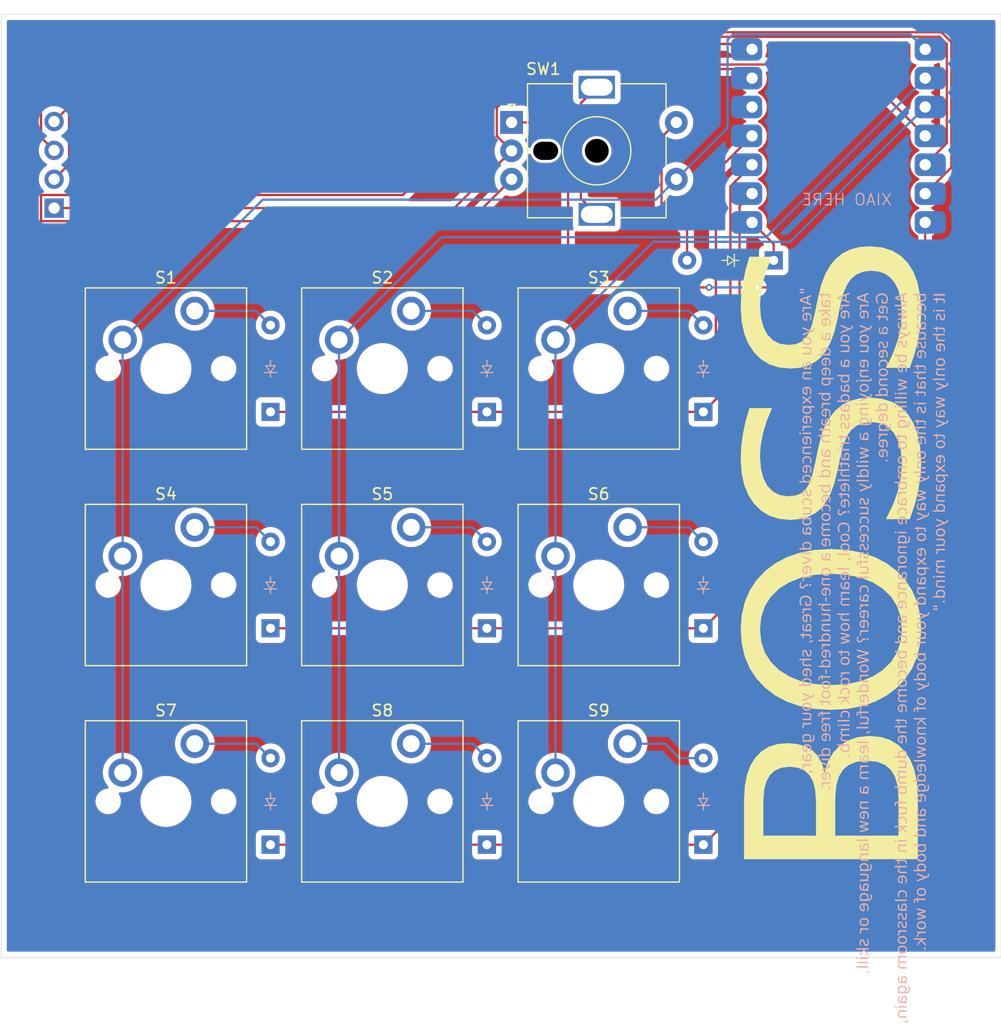
<source format=kicad_pcb>
(kicad_pcb (version 20241229) (generator "pcbnew") (generator_version "9.0")
  (layers (0 "F.Cu" signal) (2 "B.Cu" signal) (13 "F.Paste" user) (15 "B.Paste" user) (5 "F.SilkS" user "F.Silkscreen") (7 "B.SilkS" user "B.Silkscreen") (1 "F.Mask" user) (3 "B.Mask" user) (25 "Edge.Cuts" user))
  (net 0 "")
  (net 1 "Net-(D1-A)")
  (net 2 "Row 0")
  (net 3 "Net-(D2-A)")
  (net 4 "Net-(D3-A)")
  (net 5 "Net-(D4-A)")
  (net 6 "Row 1")
  (net 7 "Net-(D5-A)")
  (net 8 "Net-(D6-A)")
  (net 9 "Row 2")
  (net 10 "Net-(D7-A)")
  (net 11 "Net-(D8-A)")
  (net 12 "Net-(D9-A)")
  (net 13 "VCC")
  (net 14 "Net-(J1-SCL)")
  (net 15 "GND")
  (net 16 "Net-(J1-SDA)")
  (net 17 "Column 0")
  (net 18 "Column 1")
  (net 19 "Column 2")
  (net 20 "Net-(D10-A)")
  (net 21 "unconnected-(SW1-PadMP)")
  (net 22 "Net-(U1-PB08_A6_D6_TX)")
  (net 23 "Net-(U1-PA11_A3_D3)")
  (net 25 "Row 3")
  (footprint "ScottoKeebs_MX:MX_PCB_1.00u" (layer "F.Cu") (at 121.542296 56.17623)
    (property "Reference" "S2" (at 0 -8 0) (layer "F.SilkS"))
    (property "Value" "Keyswitch")
    (fp_line (start -7.1 -7.1) (end -7.1 7.1) (stroke (width 0.12)) (layer "F.SilkS"))
    (fp_line (start -7.1 7.1) (end 7.1 7.1) (stroke (width 0.12)) (layer "F.SilkS"))
    (fp_line (start 7.1 -7.1) (end -7.1 -7.1) (stroke (width 0.12)) (layer "F.SilkS"))
    (fp_line (start 7.1 7.1) (end 7.1 -7.1) (stroke (width 0.12)) (layer "F.SilkS"))
    (pad "" np_thru_hole circle (at -5.08 0) (size 1.75 1.75) (drill 1.75) (layers "*.Cu" "*.Mask"))
    (pad "" np_thru_hole circle (at 0 0) (size 4 4) (drill 4) (layers "*.Cu" "*.Mask"))
    (pad "" np_thru_hole circle (at 5.08 0) (size 1.75 1.75) (drill 1.75) (layers "*.Cu" "*.Mask"))
    (pad "1" thru_hole circle (at -3.81 -2.54) (size 2.5 2.5) (drill 1.5) (layers "*.Cu" "*.Mask") (net 18 "Column 1"))
    (pad "2" thru_hole circle (at 2.54 -5.08) (size 2.5 2.5) (drill 1.5) (layers "*.Cu" "*.Mask") (net 3 "Net-(D2-A)"))
  )
  (footprint "Rotary_Encoder:RotaryEncoder_Alps_EC11E-Switch_Vertical_H20mm_MountingHoles" (layer "F.Cu") (at 132.918546 34.50748)
    (property "Reference" "SW1" (at 2.8 -4.7 0) (layer "F.SilkS"))
    (property "Value" "RotaryEncoder_Switch_MP")
    (fp_line (start -0.3 -1.6) (end 0.3 -1.6) (stroke (width 0.12)) (layer "F.SilkS"))
    (fp_line (start 0 -1.3) (end -0.3 -1.6) (stroke (width 0.12)) (layer "F.SilkS"))
    (fp_line (start 0.3 -1.6) (end 0 -1.3) (stroke (width 0.12)) (layer "F.SilkS"))
    (fp_line (start 1.4 -3.4) (end 1.4 8.4) (stroke (width 0.12)) (layer "F.SilkS"))
    (fp_line (start 5.5 -3.4) (end 1.4 -3.4) (stroke (width 0.12)) (layer "F.SilkS"))
    (fp_line (start 5.5 8.4) (end 1.4 8.4) (stroke (width 0.12)) (layer "F.SilkS"))
    (fp_line (start 9.5 -3.4) (end 13.6 -3.4) (stroke (width 0.12)) (layer "F.SilkS"))
    (fp_line (start 13.6 -3.4) (end 13.6 -1) (stroke (width 0.12)) (layer "F.SilkS"))
    (fp_line (start 13.6 1.2) (end 13.6 3.8) (stroke (width 0.12)) (layer "F.SilkS"))
    (fp_line (start 13.6 6) (end 13.6 8.4) (stroke (width 0.12)) (layer "F.SilkS"))
    (fp_line (start 13.6 8.4) (end 9.5 8.4) (stroke (width 0.12)) (layer "F.SilkS"))
    (fp_circle (center 7.5 2.5) (end 10.5 2.5) (stroke (width 0.12)) (fill no) (layer "F.SilkS"))
    (pad "" np_thru_hole oval (at 3 2.5) (size 2.2 1.6) (drill oval 2.2 1.6) (layers "*.Mask"))
    (pad "" np_thru_hole circle (at 7.5 2.5) (size 2.1 2.1) (drill 2.1) (layers "*.Mask"))
    (pad "A" thru_hole rect (at 0 0) (size 2 2) (drill 1) (layers "*.Cu" "*.Mask") (net 22 "Net-(U1-PB08_A6_D6_TX)"))
    (pad "B" thru_hole circle (at 0 5) (size 2 2) (drill 1) (layers "*.Cu" "*.Mask") (net 23 "Net-(U1-PA11_A3_D3)"))
    (pad "C" thru_hole circle (at 0 2.5) (size 2 2) (drill 1) (layers "*.Cu" "*.Mask") (net 15 "GND"))
    (pad "MP" thru_hole rect (at 7.5 -3.1) (size 3.2 2) (drill oval 2.8 1.5) (layers "*.Cu" "*.Mask") (net 21 "unconnected-(SW1-PadMP)"))
    (pad "MP" thru_hole rect (at 7.5 8.1) (size 3.2 2) (drill oval 2.8 1.5) (layers "*.Cu" "*.Mask") (net 21 "unconnected-(SW1-PadMP)"))
    (pad "S1" thru_hole circle (at 14.5 5) (size 2 2) (drill 1) (layers "*.Cu" "*.Mask") (net 17 "Column 0"))
    (pad "S2" thru_hole circle (at 14.5 0) (size 2 2) (drill 1) (layers "*.Cu" "*.Mask") (net 20 "Net-(D10-A)"))
  )
  (footprint "ScottoKeebs_MX:MX_PCB_1.00u" (layer "F.Cu") (at 121.542296 94.27623)
    (property "Reference" "S8" (at 0 -8 0) (layer "F.SilkS"))
    (property "Value" "Keyswitch")
    (fp_line (start -7.1 -7.1) (end -7.1 7.1) (stroke (width 0.12)) (layer "F.SilkS"))
    (fp_line (start -7.1 7.1) (end 7.1 7.1) (stroke (width 0.12)) (layer "F.SilkS"))
    (fp_line (start 7.1 -7.1) (end -7.1 -7.1) (stroke (width 0.12)) (layer "F.SilkS"))
    (fp_line (start 7.1 7.1) (end 7.1 -7.1) (stroke (width 0.12)) (layer "F.SilkS"))
    (pad "" np_thru_hole circle (at -5.08 0) (size 1.75 1.75) (drill 1.75) (layers "*.Cu" "*.Mask"))
    (pad "" np_thru_hole circle (at 0 0) (size 4 4) (drill 4) (layers "*.Cu" "*.Mask"))
    (pad "" np_thru_hole circle (at 5.08 0) (size 1.75 1.75) (drill 1.75) (layers "*.Cu" "*.Mask"))
    (pad "1" thru_hole circle (at -3.81 -2.54) (size 2.5 2.5) (drill 1.5) (layers "*.Cu" "*.Mask") (net 18 "Column 1"))
    (pad "2" thru_hole circle (at 2.54 -5.08) (size 2.5 2.5) (drill 1.5) (layers "*.Cu" "*.Mask") (net 11 "Net-(D8-A)"))
  )
  (footprint "ScottoKeebs_MX:MX_PCB_1.00u" (layer "F.Cu") (at 121.542296 75.22623)
    (property "Reference" "S5" (at 0 -8 0) (layer "F.SilkS"))
    (property "Value" "Keyswitch")
    (fp_line (start -7.1 -7.1) (end -7.1 7.1) (stroke (width 0.12)) (layer "F.SilkS"))
    (fp_line (start -7.1 7.1) (end 7.1 7.1) (stroke (width 0.12)) (layer "F.SilkS"))
    (fp_line (start 7.1 -7.1) (end -7.1 -7.1) (stroke (width 0.12)) (layer "F.SilkS"))
    (fp_line (start 7.1 7.1) (end 7.1 -7.1) (stroke (width 0.12)) (layer "F.SilkS"))
    (pad "" np_thru_hole circle (at -5.08 0) (size 1.75 1.75) (drill 1.75) (layers "*.Cu" "*.Mask"))
    (pad "" np_thru_hole circle (at 0 0) (size 4 4) (drill 4) (layers "*.Cu" "*.Mask"))
    (pad "" np_thru_hole circle (at 5.08 0) (size 1.75 1.75) (drill 1.75) (layers "*.Cu" "*.Mask"))
    (pad "1" thru_hole circle (at -3.81 -2.54) (size 2.5 2.5) (drill 1.5) (layers "*.Cu" "*.Mask") (net 18 "Column 1"))
    (pad "2" thru_hole circle (at 2.54 -5.08) (size 2.5 2.5) (drill 1.5) (layers "*.Cu" "*.Mask") (net 7 "Net-(D5-A)"))
  )
  (footprint "ScottoKeebs_MX:MX_PCB_1.00u" (layer "F.Cu") (at 102.492296 75.22623)
    (property "Reference" "S4" (at 0 -8 0) (layer "F.SilkS"))
    (property "Value" "Keyswitch")
    (fp_line (start -7.1 -7.1) (end -7.1 7.1) (stroke (width 0.12)) (layer "F.SilkS"))
    (fp_line (start -7.1 7.1) (end 7.1 7.1) (stroke (width 0.12)) (layer "F.SilkS"))
    (fp_line (start 7.1 -7.1) (end -7.1 -7.1) (stroke (width 0.12)) (layer "F.SilkS"))
    (fp_line (start 7.1 7.1) (end 7.1 -7.1) (stroke (width 0.12)) (layer "F.SilkS"))
    (pad "" np_thru_hole circle (at -5.08 0) (size 1.75 1.75) (drill 1.75) (layers "*.Cu" "*.Mask"))
    (pad "" np_thru_hole circle (at 0 0) (size 4 4) (drill 4) (layers "*.Cu" "*.Mask"))
    (pad "" np_thru_hole circle (at 5.08 0) (size 1.75 1.75) (drill 1.75) (layers "*.Cu" "*.Mask"))
    (pad "1" thru_hole circle (at -3.81 -2.54) (size 2.5 2.5) (drill 1.5) (layers "*.Cu" "*.Mask") (net 17 "Column 0"))
    (pad "2" thru_hole circle (at 2.54 -5.08) (size 2.5 2.5) (drill 1.5) (layers "*.Cu" "*.Mask") (net 5 "Net-(D4-A)"))
  )
  (footprint "ScottoKeebs_Components:OLED_128x32" (layer "F.Cu") (at 91.049796 32.24748)
    (property "Reference" "J1" (hide yes))
    (property "Value" "OLED_128x32")
    (pad "1" thru_hole rect (at 1.6 9.8 180) (size 1.7 1.7) (drill 1) (layers "*.Cu" "*.Mask") (net 15 "GND"))
    (pad "2" thru_hole oval (at 1.6 7.26 180) (size 1.7 1.7) (drill 1) (layers "*.Cu" "*.Mask") (net 13 "VCC"))
    (pad "3" thru_hole oval (at 1.6 4.72 180) (size 1.7 1.7) (drill 1) (layers "*.Cu" "*.Mask") (net 14 "Net-(J1-SCL)"))
    (pad "4" thru_hole oval (at 1.6 2.18 180) (size 1.7 1.7) (drill 1) (layers "*.Cu" "*.Mask") (net 16 "Net-(J1-SDA)"))
  )
  (footprint "ScottoKeebs_Components:Diode_DO-35" (layer "F.Cu") (at 155.991046 46.65123 180)
    (property "Reference" "D10" (hide yes))
    (property "Value" "Diode" (hide yes))
    (fp_line (start 4.06 0.4) (end 3.46 0) (stroke (width 0.1)) (layer "F.SilkS"))
    (fp_line (start 4.06 0) (end 4.56 0) (stroke (width 0.1)) (layer "F.SilkS"))
    (fp_line (start 4.06 -0.4) (end 4.06 0.4) (stroke (width 0.1)) (layer "F.SilkS"))
    (fp_line (start 3.46 0) (end 4.06 -0.4) (stroke (width 0.1)) (layer "F.SilkS"))
    (fp_line (start 3.46 -0.55) (end 3.46 0.55) (stroke (width 0.1)) (layer "F.SilkS"))
    (fp_line (start 3.06 0) (end 3.46 0) (stroke (width 0.1)) (layer "F.SilkS"))
    (pad "1" thru_hole rect (at 0 0 180) (size 1.6 1.6) (drill 0.8) (layers "*.Cu" "*.Mask") (net 25 "Row 3"))
    (pad "2" thru_hole oval (at 7.62 0 180) (size 1.6 1.6) (drill 0.8) (layers "*.Cu" "*.Mask") (net 20 "Net-(D10-A)"))
  )
  (footprint "ScottoKeebs_MX:MX_PCB_1.00u" (layer "F.Cu") (at 140.592296 94.27623)
    (property "Reference" "S9" (at 0 -8 0) (layer "F.SilkS"))
    (property "Value" "Keyswitch")
    (fp_line (start -7.1 -7.1) (end -7.1 7.1) (stroke (width 0.12)) (layer "F.SilkS"))
    (fp_line (start -7.1 7.1) (end 7.1 7.1) (stroke (width 0.12)) (layer "F.SilkS"))
    (fp_line (start 7.1 -7.1) (end -7.1 -7.1) (stroke (width 0.12)) (layer "F.SilkS"))
    (fp_line (start 7.1 7.1) (end 7.1 -7.1) (stroke (width 0.12)) (layer "F.SilkS"))
    (pad "" np_thru_hole circle (at -5.08 0) (size 1.75 1.75) (drill 1.75) (layers "*.Cu" "*.Mask"))
    (pad "" np_thru_hole circle (at 0 0) (size 4 4) (drill 4) (layers "*.Cu" "*.Mask"))
    (pad "" np_thru_hole circle (at 5.08 0) (size 1.75 1.75) (drill 1.75) (layers "*.Cu" "*.Mask"))
    (pad "1" thru_hole circle (at -3.81 -2.54) (size 2.5 2.5) (drill 1.5) (layers "*.Cu" "*.Mask") (net 19 "Column 2"))
    (pad "2" thru_hole circle (at 2.54 -5.08) (size 2.5 2.5) (drill 1.5) (layers "*.Cu" "*.Mask") (net 12 "Net-(D9-A)"))
  )
  (footprint "ScottoKeebs_MX:MX_PCB_1.00u" (layer "F.Cu") (at 140.592296 75.22623)
    (property "Reference" "S6" (at 0 -8 0) (layer "F.SilkS"))
    (property "Value" "Keyswitch")
    (fp_line (start -7.1 -7.1) (end -7.1 7.1) (stroke (width 0.12)) (layer "F.SilkS"))
    (fp_line (start -7.1 7.1) (end 7.1 7.1) (stroke (width 0.12)) (layer "F.SilkS"))
    (fp_line (start 7.1 -7.1) (end -7.1 -7.1) (stroke (width 0.12)) (layer "F.SilkS"))
    (fp_line (start 7.1 7.1) (end 7.1 -7.1) (stroke (width 0.12)) (layer "F.SilkS"))
    (pad "" np_thru_hole circle (at -5.08 0) (size 1.75 1.75) (drill 1.75) (layers "*.Cu" "*.Mask"))
    (pad "" np_thru_hole circle (at 0 0) (size 4 4) (drill 4) (layers "*.Cu" "*.Mask"))
    (pad "" np_thru_hole circle (at 5.08 0) (size 1.75 1.75) (drill 1.75) (layers "*.Cu" "*.Mask"))
    (pad "1" thru_hole circle (at -3.81 -2.54) (size 2.5 2.5) (drill 1.5) (layers "*.Cu" "*.Mask") (net 19 "Column 2"))
    (pad "2" thru_hole circle (at 2.54 -5.08) (size 2.5 2.5) (drill 1.5) (layers "*.Cu" "*.Mask") (net 8 "Net-(D6-A)"))
  )
  (footprint "ScottoKeebs_MX:MX_PCB_1.00u" (layer "F.Cu") (at 140.592296 56.17623)
    (property "Reference" "S3" (at 0 -8 0) (layer "F.SilkS"))
    (property "Value" "Keyswitch")
    (fp_line (start -7.1 -7.1) (end -7.1 7.1) (stroke (width 0.12)) (layer "F.SilkS"))
    (fp_line (start -7.1 7.1) (end 7.1 7.1) (stroke (width 0.12)) (layer "F.SilkS"))
    (fp_line (start 7.1 -7.1) (end -7.1 -7.1) (stroke (width 0.12)) (layer "F.SilkS"))
    (fp_line (start 7.1 7.1) (end 7.1 -7.1) (stroke (width 0.12)) (layer "F.SilkS"))
    (pad "" np_thru_hole circle (at -5.08 0) (size 1.75 1.75) (drill 1.75) (layers "*.Cu" "*.Mask"))
    (pad "" np_thru_hole circle (at 0 0) (size 4 4) (drill 4) (layers "*.Cu" "*.Mask"))
    (pad "" np_thru_hole circle (at 5.08 0) (size 1.75 1.75) (drill 1.75) (layers "*.Cu" "*.Mask"))
    (pad "1" thru_hole circle (at -3.81 -2.54) (size 2.5 2.5) (drill 1.5) (layers "*.Cu" "*.Mask") (net 19 "Column 2"))
    (pad "2" thru_hole circle (at 2.54 -5.08) (size 2.5 2.5) (drill 1.5) (layers "*.Cu" "*.Mask") (net 4 "Net-(D3-A)"))
  )
  (footprint "ScottoKeebs_MX:MX_PCB_1.00u" (layer "F.Cu") (at 102.492296 56.17623)
    (property "Reference" "S1" (at 0 -8 0) (layer "F.SilkS"))
    (property "Value" "Keyswitch")
    (fp_line (start -7.1 -7.1) (end -7.1 7.1) (stroke (width 0.12)) (layer "F.SilkS"))
    (fp_line (start -7.1 7.1) (end 7.1 7.1) (stroke (width 0.12)) (layer "F.SilkS"))
    (fp_line (start 7.1 -7.1) (end -7.1 -7.1) (stroke (width 0.12)) (layer "F.SilkS"))
    (fp_line (start 7.1 7.1) (end 7.1 -7.1) (stroke (width 0.12)) (layer "F.SilkS"))
    (pad "" np_thru_hole circle (at -5.08 0) (size 1.75 1.75) (drill 1.75) (layers "*.Cu" "*.Mask"))
    (pad "" np_thru_hole circle (at 0 0) (size 4 4) (drill 4) (layers "*.Cu" "*.Mask"))
    (pad "" np_thru_hole circle (at 5.08 0) (size 1.75 1.75) (drill 1.75) (layers "*.Cu" "*.Mask"))
    (pad "1" thru_hole circle (at -3.81 -2.54) (size 2.5 2.5) (drill 1.5) (layers "*.Cu" "*.Mask") (net 17 "Column 0"))
    (pad "2" thru_hole circle (at 2.54 -5.08) (size 2.5 2.5) (drill 1.5) (layers "*.Cu" "*.Mask") (net 1 "Net-(D1-A)"))
  )
  (footprint "ScottoKeebs_MX:MX_PCB_1.00u" (layer "F.Cu") (at 102.492296 94.27623)
    (property "Reference" "S7" (at 0 -8 0) (layer "F.SilkS"))
    (property "Value" "Keyswitch")
    (fp_line (start -7.1 -7.1) (end -7.1 7.1) (stroke (width 0.12)) (layer "F.SilkS"))
    (fp_line (start -7.1 7.1) (end 7.1 7.1) (stroke (width 0.12)) (layer "F.SilkS"))
    (fp_line (start 7.1 -7.1) (end -7.1 -7.1) (stroke (width 0.12)) (layer "F.SilkS"))
    (fp_line (start 7.1 7.1) (end 7.1 -7.1) (stroke (width 0.12)) (layer "F.SilkS"))
    (pad "" np_thru_hole circle (at -5.08 0) (size 1.75 1.75) (drill 1.75) (layers "*.Cu" "*.Mask"))
    (pad "" np_thru_hole circle (at 0 0) (size 4 4) (drill 4) (layers "*.Cu" "*.Mask"))
    (pad "" np_thru_hole circle (at 5.08 0) (size 1.75 1.75) (drill 1.75) (layers "*.Cu" "*.Mask"))
    (pad "1" thru_hole circle (at -3.81 -2.54) (size 2.5 2.5) (drill 1.5) (layers "*.Cu" "*.Mask") (net 17 "Column 0"))
    (pad "2" thru_hole circle (at 2.54 -5.08) (size 2.5 2.5) (drill 1.5) (layers "*.Cu" "*.Mask") (net 10 "Net-(D7-A)"))
  )
  (footprint "ScottoKeebs_Components:Diode_DO-35" (layer "B.Cu") (at 130.749796 98.08623 90)
    (property "Reference" "D8" (hide yes))
    (property "Value" "Diode" (hide yes))
    (fp_line (start 4.06 -0.4) (end 3.46 0) (stroke (width 0.1)) (layer "B.SilkS"))
    (fp_line (start 4.06 0) (end 4.56 0) (stroke (width 0.1)) (layer "B.SilkS"))
    (fp_line (start 3.46 0) (end 4.06 0.4) (stroke (width 0.1)) (layer "B.SilkS"))
    (fp_line (start 3.06 0) (end 3.46 0) (stroke (width 0.1)) (layer "B.SilkS"))
    (fp_line (start 4.06 0.4) (end 4.06 -0.4) (stroke (width 0.1)) (layer "B.SilkS"))
    (fp_line (start 3.46 0.55) (end 3.46 -0.55) (stroke (width 0.1)) (layer "B.SilkS"))
    (pad "1" thru_hole rect (at 0 0 90) (size 1.6 1.6) (drill 0.8) (layers "*.Cu" "*.Mask") (net 9 "Row 2"))
    (pad "2" thru_hole oval (at 7.62 0 90) (size 1.6 1.6) (drill 0.8) (layers "*.Cu" "*.Mask") (net 11 "Net-(D8-A)"))
  )
  (footprint "ScottoKeebs_Components:Diode_DO-35" (layer "B.Cu") (at 149.799796 79.03623 90)
    (property "Reference" "D6" (hide yes))
    (property "Value" "Diode" (hide yes))
    (fp_line (start 4.06 -0.4) (end 3.46 0) (stroke (width 0.1)) (layer "B.SilkS"))
    (fp_line (start 4.06 0) (end 4.56 0) (stroke (width 0.1)) (layer "B.SilkS"))
    (fp_line (start 3.46 0) (end 4.06 0.4) (stroke (width 0.1)) (layer "B.SilkS"))
    (fp_line (start 3.06 0) (end 3.46 0) (stroke (width 0.1)) (layer "B.SilkS"))
    (fp_line (start 4.06 0.4) (end 4.06 -0.4) (stroke (width 0.1)) (layer "B.SilkS"))
    (fp_line (start 3.46 0.55) (end 3.46 -0.55) (stroke (width 0.1)) (layer "B.SilkS"))
    (pad "1" thru_hole rect (at 0 0 90) (size 1.6 1.6) (drill 0.8) (layers "*.Cu" "*.Mask") (net 6 "Row 1"))
    (pad "2" thru_hole oval (at 7.62 0 90) (size 1.6 1.6) (drill 0.8) (layers "*.Cu" "*.Mask") (net 8 "Net-(D6-A)"))
  )
  (footprint "ScottoKeebs_Components:Diode_DO-35" (layer "B.Cu") (at 149.799796 98.08623 90)
    (property "Reference" "D9" (hide yes))
    (property "Value" "Diode" (hide yes))
    (fp_line (start 4.06 -0.4) (end 3.46 0) (stroke (width 0.1)) (layer "B.SilkS"))
    (fp_line (start 4.06 0) (end 4.56 0) (stroke (width 0.1)) (layer "B.SilkS"))
    (fp_line (start 3.46 0) (end 4.06 0.4) (stroke (width 0.1)) (layer "B.SilkS"))
    (fp_line (start 3.06 0) (end 3.46 0) (stroke (width 0.1)) (layer "B.SilkS"))
    (fp_line (start 4.06 0.4) (end 4.06 -0.4) (stroke (width 0.1)) (layer "B.SilkS"))
    (fp_line (start 3.46 0.55) (end 3.46 -0.55) (stroke (width 0.1)) (layer "B.SilkS"))
    (pad "1" thru_hole rect (at 0 0 90) (size 1.6 1.6) (drill 0.8) (layers "*.Cu" "*.Mask") (net 9 "Row 2"))
    (pad "2" thru_hole oval (at 7.62 0 90) (size 1.6 1.6) (drill 0.8) (layers "*.Cu" "*.Mask") (net 12 "Net-(D9-A)"))
  )
  (footprint "ScottoKeebs_Components:Diode_DO-35" (layer "B.Cu") (at 130.749796 79.03623 90)
    (property "Reference" "D5" (hide yes))
    (property "Value" "Diode" (hide yes))
    (fp_line (start 4.06 -0.4) (end 3.46 0) (stroke (width 0.1)) (layer "B.SilkS"))
    (fp_line (start 4.06 0) (end 4.56 0) (stroke (width 0.1)) (layer "B.SilkS"))
    (fp_line (start 3.46 0) (end 4.06 0.4) (stroke (width 0.1)) (layer "B.SilkS"))
    (fp_line (start 3.06 0) (end 3.46 0) (stroke (width 0.1)) (layer "B.SilkS"))
    (fp_line (start 4.06 0.4) (end 4.06 -0.4) (stroke (width 0.1)) (layer "B.SilkS"))
    (fp_line (start 3.46 0.55) (end 3.46 -0.55) (stroke (width 0.1)) (layer "B.SilkS"))
    (pad "1" thru_hole rect (at 0 0 90) (size 1.6 1.6) (drill 0.8) (layers "*.Cu" "*.Mask") (net 6 "Row 1"))
    (pad "2" thru_hole oval (at 7.62 0 90) (size 1.6 1.6) (drill 0.8) (layers "*.Cu" "*.Mask") (net 7 "Net-(D5-A)"))
  )
  (footprint "ScottoKeebs_Components:Diode_DO-35" (layer "B.Cu") (at 111.699796 79.03623 90)
    (property "Reference" "D4" (hide yes))
    (property "Value" "Diode" (hide yes))
    (fp_line (start 4.06 -0.4) (end 3.46 0) (stroke (width 0.1)) (layer "B.SilkS"))
    (fp_line (start 4.06 0) (end 4.56 0) (stroke (width 0.1)) (layer "B.SilkS"))
    (fp_line (start 3.46 0) (end 4.06 0.4) (stroke (width 0.1)) (layer "B.SilkS"))
    (fp_line (start 3.06 0) (end 3.46 0) (stroke (width 0.1)) (layer "B.SilkS"))
    (fp_line (start 4.06 0.4) (end 4.06 -0.4) (stroke (width 0.1)) (layer "B.SilkS"))
    (fp_line (start 3.46 0.55) (end 3.46 -0.55) (stroke (width 0.1)) (layer "B.SilkS"))
    (pad "1" thru_hole rect (at 0 0 90) (size 1.6 1.6) (drill 0.8) (layers "*.Cu" "*.Mask") (net 6 "Row 1"))
    (pad "2" thru_hole oval (at 7.62 0 90) (size 1.6 1.6) (drill 0.8) (layers "*.Cu" "*.Mask") (net 5 "Net-(D4-A)"))
  )
  (footprint "ScottoKeebs_Components:Diode_DO-35" (layer "B.Cu") (at 130.749796 59.98623 90)
    (property "Reference" "D2" (hide yes))
    (property "Value" "Diode" (hide yes))
    (fp_line (start 4.06 -0.4) (end 3.46 0) (stroke (width 0.1)) (layer "B.SilkS"))
    (fp_line (start 4.06 0) (end 4.56 0) (stroke (width 0.1)) (layer "B.SilkS"))
    (fp_line (start 3.46 0) (end 4.06 0.4) (stroke (width 0.1)) (layer "B.SilkS"))
    (fp_line (start 3.06 0) (end 3.46 0) (stroke (width 0.1)) (layer "B.SilkS"))
    (fp_line (start 4.06 0.4) (end 4.06 -0.4) (stroke (width 0.1)) (layer "B.SilkS"))
    (fp_line (start 3.46 0.55) (end 3.46 -0.55) (stroke (width 0.1)) (layer "B.SilkS"))
    (pad "1" thru_hole rect (at 0 0 90) (size 1.6 1.6) (drill 0.8) (layers "*.Cu" "*.Mask") (net 2 "Row 0"))
    (pad "2" thru_hole oval (at 7.62 0 90) (size 1.6 1.6) (drill 0.8) (layers "*.Cu" "*.Mask") (net 3 "Net-(D2-A)"))
  )
  (footprint "ScottoKeebs_Components:Diode_DO-35" (layer "B.Cu") (at 111.699796 98.08623 90)
    (property "Reference" "D7" (hide yes))
    (property "Value" "Diode" (hide yes))
    (fp_line (start 4.06 -0.4) (end 3.46 0) (stroke (width 0.1)) (layer "B.SilkS"))
    (fp_line (start 4.06 0) (end 4.56 0) (stroke (width 0.1)) (layer "B.SilkS"))
    (fp_line (start 3.46 0) (end 4.06 0.4) (stroke (width 0.1)) (layer "B.SilkS"))
    (fp_line (start 3.06 0) (end 3.46 0) (stroke (width 0.1)) (layer "B.SilkS"))
    (fp_line (start 4.06 0.4) (end 4.06 -0.4) (stroke (width 0.1)) (layer "B.SilkS"))
    (fp_line (start 3.46 0.55) (end 3.46 -0.55) (stroke (width 0.1)) (layer "B.SilkS"))
    (pad "1" thru_hole rect (at 0 0 90) (size 1.6 1.6) (drill 0.8) (layers "*.Cu" "*.Mask") (net 9 "Row 2"))
    (pad "2" thru_hole oval (at 7.62 0 90) (size 1.6 1.6) (drill 0.8) (layers "*.Cu" "*.Mask") (net 10 "Net-(D7-A)"))
  )
  (footprint "ScottoKeebs_Components:Diode_DO-35" (layer "B.Cu") (at 149.799796 59.98623 90)
    (property "Reference" "D3" (hide yes))
    (property "Value" "Diode" (hide yes))
    (fp_line (start 4.06 -0.4) (end 3.46 0) (stroke (width 0.1)) (layer "B.SilkS"))
    (fp_line (start 4.06 0) (end 4.56 0) (stroke (width 0.1)) (layer "B.SilkS"))
    (fp_line (start 3.46 0) (end 4.06 0.4) (stroke (width 0.1)) (layer "B.SilkS"))
    (fp_line (start 3.06 0) (end 3.46 0) (stroke (width 0.1)) (layer "B.SilkS"))
    (fp_line (start 4.06 0.4) (end 4.06 -0.4) (stroke (width 0.1)) (layer "B.SilkS"))
    (fp_line (start 3.46 0.55) (end 3.46 -0.55) (stroke (width 0.1)) (layer "B.SilkS"))
    (pad "1" thru_hole rect (at 0 0 90) (size 1.6 1.6) (drill 0.8) (layers "*.Cu" "*.Mask") (net 2 "Row 0"))
    (pad "2" thru_hole oval (at 7.62 0 90) (size 1.6 1.6) (drill 0.8) (layers "*.Cu" "*.Mask") (net 4 "Net-(D3-A)"))
  )
  (footprint "ScottoKeebs_MCU:Seeed_XIAO_RP2040" (layer "B.Cu") (at 161.706046 35.69248 180)
    (property "Reference" "U1" (hide yes))
    (property "Value" "MCU_Seeed_XIAO_RP2040")
    (pad "1" smd roundrect (at -8.065 7.62 180) (size 2.75 2) (layers "B.Cu" "B.Mask" "B.Paste") (net 17 "Column 0"))
    (pad "1" thru_hole rect (at -7.62 7.62 90) (size 1.6 1.6) (drill 1) (layers "*.Cu" "*.Mask") (net 17 "Column 0"))
    (pad "2" smd roundrect (at -8.065 5.08 180) (size 2.75 2) (layers "B.Cu" "B.Mask" "B.Paste") (net 18 "Column 1"))
    (pad "2" thru_hole circle (at -7.62 5.08 90) (size 1.6 1.6) (drill 1) (layers "*.Cu" "*.Mask") (net 18 "Column 1"))
    (pad "3" smd roundrect (at -8.065 2.54 180) (size 2.75 2) (layers "B.Cu" "B.Mask" "B.Paste") (net 19 "Column 2"))
    (pad "3" thru_hole circle (at -7.62 2.54 90) (size 1.6 1.6) (drill 1) (layers "*.Cu" "*.Mask") (net 19 "Column 2"))
    (pad "4" smd roundrect (at -8.065 0 180) (size 2.75 2) (layers "B.Cu" "B.Mask" "B.Paste") (net 23 "Net-(U1-PA11_A3_D3)"))
    (pad "4" thru_hole circle (at -7.62 0 90) (size 1.6 1.6) (drill 1) (layers "*.Cu" "*.Mask") (net 23 "Net-(U1-PA11_A3_D3)"))
    (pad "5" smd roundrect (at -8.065 -2.54 180) (size 2.75 2) (layers "B.Cu" "B.Mask" "B.Paste") (net 16 "Net-(J1-SDA)"))
    (pad "5" thru_hole circle (at -7.62 -2.54 90) (size 1.6 1.6) (drill 1) (layers "*.Cu" "*.Mask") (net 16 "Net-(J1-SDA)"))
    (pad "6" smd roundrect (at -8.065 -5.08 180) (size 2.75 2) (layers "B.Cu" "B.Mask" "B.Paste") (net 14 "Net-(J1-SCL)"))
    (pad "6" thru_hole circle (at -7.62 -5.08 90) (size 1.6 1.6) (drill 1) (layers "*.Cu" "*.Mask") (net 14 "Net-(J1-SCL)"))
    (pad "7" smd roundrect (at -8.065 -7.62 180) (size 2.75 2) (layers "B.Cu" "B.Mask" "B.Paste") (net 22 "Net-(U1-PB08_A6_D6_TX)"))
    (pad "7" thru_hole circle (at -7.62 -7.62 90) (size 1.6 1.6) (drill 1) (layers "*.Cu" "*.Mask") (net 22 "Net-(U1-PB08_A6_D6_TX)"))
    (pad "8" thru_hole circle (at 7.62 -7.62 90) (size 1.6 1.6) (drill 1) (layers "*.Cu" "*.Mask") (net 25 "Row 3"))
    (pad "8" smd roundrect (at 8.1 -7.62 180) (size 2.75 2) (layers "B.Cu" "B.Mask" "B.Paste") (net 25 "Row 3"))
    (pad "9" thru_hole circle (at 7.62 -5.08 90) (size 1.6 1.6) (drill 1) (layers "*.Cu" "*.Mask") (net 9 "Row 2"))
    (pad "9" smd roundrect (at 8.1 -5.08 180) (size 2.75 2) (layers "B.Cu" "B.Mask" "B.Paste") (net 9 "Row 2"))
    (pad "10" thru_hole circle (at 7.62 -2.54 90) (size 1.6 1.6) (drill 1) (layers "*.Cu" "*.Mask") (net 6 "Row 1"))
    (pad "10" smd roundrect (at 8.1 -2.54 180) (size 2.75 2) (layers "B.Cu" "B.Mask" "B.Paste") (net 6 "Row 1"))
    (pad "11" thru_hole circle (at 7.62 0 90) (size 1.6 1.6) (drill 1) (layers "*.Cu" "*.Mask") (net 2 "Row 0"))
    (pad "11" smd roundrect (at 8.1 0 180) (size 2.75 2) (layers "B.Cu" "B.Mask" "B.Paste") (net 2 "Row 0"))
    (pad "12" thru_hole circle (at 7.62 2.54 90) (size 1.6 1.6) (drill 1) (layers "*.Cu" "*.Mask"))
    (pad "12" smd roundrect (at 8.1 2.54 180) (size 2.75 2) (layers "B.Cu" "B.Mask" "B.Paste"))
    (pad "13" thru_hole circle (at 7.62 5.08 90) (size 1.6 1.6) (drill 1) (layers "*.Cu" "*.Mask") (net 15 "GND"))
    (pad "13" smd roundrect (at 8.1 5.08 180) (size 2.75 2) (layers "B.Cu" "B.Mask" "B.Paste") (net 15 "GND"))
    (pad "14" thru_hole circle (at 7.62 7.62 90) (size 1.6 1.6) (drill 1) (layers "*.Cu" "*.Mask") (net 13 "VCC"))
    (pad "14" smd roundrect (at 8.1 7.62 180) (size 2.75 2) (layers "B.Cu" "B.Mask" "B.Paste") (net 13 "VCC"))
  )
  (footprint "ScottoKeebs_Components:Diode_DO-35" (layer "B.Cu") (at 111.699796 59.98623 90)
    (property "Reference" "D1" (hide yes))
    (property "Value" "Diode" (hide yes))
    (fp_line (start 4.06 -0.4) (end 3.46 0) (stroke (width 0.1)) (layer "B.SilkS"))
    (fp_line (start 4.06 0) (end 4.56 0) (stroke (width 0.1)) (layer "B.SilkS"))
    (fp_line (start 3.46 0) (end 4.06 0.4) (stroke (width 0.1)) (layer "B.SilkS"))
    (fp_line (start 3.06 0) (end 3.46 0) (stroke (width 0.1)) (layer "B.SilkS"))
    (fp_line (start 4.06 0.4) (end 4.06 -0.4) (stroke (width 0.1)) (layer "B.SilkS"))
    (fp_line (start 3.46 0.55) (end 3.46 -0.55) (stroke (width 0.1)) (layer "B.SilkS"))
    (pad "1" thru_hole rect (at 0 0 90) (size 1.6 1.6) (drill 0.8) (layers "*.Cu" "*.Mask") (net 2 "Row 0"))
    (pad "2" thru_hole oval (at 7.62 0 90) (size 1.6 1.6) (drill 0.8) (layers "*.Cu" "*.Mask") (net 1 "Net-(D1-A)"))
  )
  (gr_rect (start 88 25) (end 176 108) (stroke (width 0.05)) (fill no) (layer "Edge.Cuts"))
  (gr_text "BOSS" (at 171.231046 101.41998 90) (layer "F.SilkS") (effects (font (size 15 15) (thickness 0.1)) (justify left bottom)))
  (gr_text "{dblquote}Are you an experienced scuba diver? Great, shed your gear,\n take a deep breath and become a one-hundred-foot free diver.\n Are you a badass triathlete? Cool, learn how to rock climb.\n Are you enjoying a wildly successful career? Wonderful, learn a new language or skill.\n Get a second degree.\n Always be willing to embrace ignorance and become the dumb fuck in the classroom again,\n because that is the only way to expand your body of knowledge and body of work.\n It is the only way to expand your mind.{dblquote}" (at 171.231046 49.03248 90) (layer "B.SilkS") (effects (font (size 1 1) (thickness 0.1)) (justify left bottom mirror)))
  (gr_text "XIAO HERE" (at 166.468546 41.88873 -0) (layer "B.SilkS") (effects (font (size 1 1) (thickness 0.1)) (justify left bottom mirror)))
  (segment (start 110.429796 51.09623) (end 105.032296 51.09623) (width 0.2) (layer "B.Cu") (net 1))
  (segment (start 111.699796 52.36623) (end 110.429796 51.09623) (width 0.2) (layer "B.Cu") (net 1))
  (segment (start 149.799796 59.98623) (end 150.900796 58.88523) (width 0.2) (layer "F.Cu") (net 2))
  (segment (start 150.900796 38.87773) (end 154.086046 35.69248) (width 0.2) (layer "F.Cu") (net 2))
  (segment (start 149.799796 59.98623) (end 130.749796 59.98623) (width 0.2) (layer "F.Cu") (net 2))
  (segment (start 130.749796 59.98623) (end 111.699796 59.98623) (width 0.2) (layer "F.Cu") (net 2))
  (segment (start 150.900796 58.88523) (end 150.900796 38.87773) (width 0.2) (layer "F.Cu") (net 2))
  (segment (start 129.479796 51.09623) (end 124.082296 51.09623) (width 0.2) (layer "B.Cu") (net 3))
  (segment (start 130.749796 52.36623) (end 129.479796 51.09623) (width 0.2) (layer "B.Cu") (net 3))
  (segment (start 148.529796 51.09623) (end 143.132296 51.09623) (width 0.2) (layer "B.Cu") (net 4))
  (segment (start 149.799796 52.36623) (end 148.529796 51.09623) (width 0.2) (layer "B.Cu") (net 4))
  (segment (start 110.429796 70.14623) (end 105.032296 70.14623) (width 0.2) (layer "B.Cu") (net 5))
  (segment (start 111.699796 71.41623) (end 110.429796 70.14623) (width 0.2) (layer "B.Cu") (net 5))
  (segment (start 152.181046 76.65498) (end 152.181046 40.13748) (width 0.2) (layer "F.Cu") (net 6))
  (segment (start 152.181046 40.13748) (end 154.086046 38.23248) (width 0.2) (layer "F.Cu") (net 6))
  (segment (start 149.799796 79.03623) (end 130.749796 79.03623) (width 0.2) (layer "F.Cu") (net 6))
  (segment (start 149.799796 79.03623) (end 152.181046 76.65498) (width 0.2) (layer "F.Cu") (net 6))
  (segment (start 130.749796 79.03623) (end 111.699796 79.03623) (width 0.2) (layer "F.Cu") (net 6))
  (segment (start 129.479796 70.14623) (end 124.082296 70.14623) (width 0.2) (layer "B.Cu") (net 7))
  (segment (start 130.749796 71.41623) (end 129.479796 70.14623) (width 0.2) (layer "B.Cu") (net 7))
  (segment (start 148.529796 70.14623) (end 143.132296 70.14623) (width 0.2) (layer "B.Cu") (net 8))
  (segment (start 149.799796 71.41623) (end 148.529796 70.14623) (width 0.2) (layer "B.Cu") (net 8))
  (segment (start 152.985046 41.87348) (end 154.086046 40.77248) (width 0.2) (layer "F.Cu") (net 9))
  (segment (start 152.985046 94.90098) (end 152.985046 41.87348) (width 0.2) (layer "F.Cu") (net 9))
  (segment (start 149.799796 98.08623) (end 130.749796 98.08623) (width 0.2) (layer "F.Cu") (net 9))
  (segment (start 149.799796 98.08623) (end 152.985046 94.90098) (width 0.2) (layer "F.Cu") (net 9))
  (segment (start 130.749796 98.08623) (end 111.699796 98.08623) (width 0.2) (layer "F.Cu") (net 9))
  (segment (start 110.429796 89.19623) (end 105.032296 89.19623) (width 0.2) (layer "B.Cu") (net 10))
  (segment (start 111.699796 90.46623) (end 110.429796 89.19623) (width 0.2) (layer "B.Cu") (net 10))
  (segment (start 129.479796 89.19623) (end 124.082296 89.19623) (width 0.2) (layer "B.Cu") (net 11))
  (segment (start 130.749796 90.46623) (end 129.479796 89.19623) (width 0.2) (layer "B.Cu") (net 11))
  (segment (start 146.434296 89.19623) (end 143.132296 89.19623) (width 0.2) (layer "B.Cu") (net 12))
  (segment (start 147.704296 90.46623) (end 146.434296 89.19623) (width 0.2) (layer "B.Cu") (net 12))
  (segment (start 149.799796 90.46623) (end 147.704296 90.46623) (width 0.2) (layer "B.Cu") (net 12))
  (segment (start 100.043146 27.60123) (end 152.181046 27.60123) (width 0.2) (layer "F.Cu") (net 13))
  (segment (start 152.652296 28.07248) (end 154.086046 28.07248) (width 0.2) (layer "F.Cu") (net 13))
  (segment (start 93.965221 33.679155) (end 100.043146 27.60123) (width 0.2) (layer "F.Cu") (net 13))
  (segment (start 152.181046 27.60123) (end 152.652296 28.07248) (width 0.2) (layer "F.Cu") (net 13))
  (segment (start 93.965221 38.192055) (end 93.965221 33.679155) (width 0.2) (layer "F.Cu") (net 13))
  (segment (start 92.649796 39.50748) (end 93.965221 38.192055) (width 0.2) (layer "F.Cu") (net 13))
  (segment (start 170.767396 26.57048) (end 171.632046 27.43513) (width 0.2) (layer "F.Cu") (net 14))
  (segment (start 171.632046 27.43513) (end 171.632046 38.46648) (width 0.2) (layer "F.Cu") (net 14))
  (segment (start 98.443046 26.57048) (end 170.767396 26.57048) (width 0.2) (layer "F.Cu") (net 14))
  (segment (start 171.632046 38.46648) (end 169.326046 40.77248) (width 0.2) (layer "F.Cu") (net 14))
  (segment (start 91.498796 33.51473) (end 98.443046 26.57048) (width 0.2) (layer "F.Cu") (net 14))
  (segment (start 92.649796 36.96748) (end 91.498796 35.81648) (width 0.2) (layer "F.Cu") (net 14))
  (segment (start 91.498796 35.81648) (end 91.498796 33.51473) (width 0.2) (layer "F.Cu") (net 14))
  (segment (start 131.617546 33.20648) (end 135.011545 29.812481) (width 0.2) (layer "F.Cu") (net 15))
  (segment (start 92.649796 42.04748) (end 127.878546 42.04748) (width 0.2) (layer "F.Cu") (net 15))
  (segment (start 132.918546 37.00748) (end 131.617546 35.70648) (width 0.2) (layer "F.Cu") (net 15))
  (segment (start 153.286047 29.812481) (end 154.086046 30.61248) (width 0.2) (layer "F.Cu") (net 15))
  (segment (start 127.878546 42.04748) (end 132.918546 37.00748) (width 0.2) (layer "F.Cu") (net 15))
  (segment (start 131.617546 35.70648) (end 131.617546 33.20648) (width 0.2) (layer "F.Cu") (net 15))
  (segment (start 135.011545 29.812481) (end 153.286047 29.812481) (width 0.2) (layer "F.Cu") (net 15))
  (segment (start 170.601296 26.97148) (end 171.231046 27.60123) (width 0.2) (layer "F.Cu") (net 16))
  (segment (start 171.231046 27.60123) (end 171.231046 36.32748) (width 0.2) (layer "F.Cu") (net 16))
  (segment (start 171.231046 36.32748) (end 169.326046 38.23248) (width 0.2) (layer "F.Cu") (net 16))
  (segment (start 92.649796 34.42748) (end 100.105796 26.97148) (width 0.2) (layer "F.Cu") (net 16))
  (segment (start 100.105796 26.97148) (end 170.601296 26.97148) (width 0.2) (layer "F.Cu") (net 16))
  (segment (start 151.930046 34.99598) (end 151.930046 27.233422) (width 0.2) (layer "B.Cu") (net 17))
  (segment (start 168.025046 26.77148) (end 169.326046 28.07248) (width 0.2) (layer "B.Cu") (net 17))
  (segment (start 152.391988 26.77148) (end 168.025046 26.77148) (width 0.2) (layer "B.Cu") (net 17))
  (segment (start 98.682296 53.63623) (end 111.012046 41.30648) (width 0.2) (layer "B.Cu") (net 17))
  (segment (start 98.682296 91.73623) (end 98.682296 72.68623) (width 0.2) (layer "B.Cu") (net 17))
  (segment (start 98.682296 72.68623) (end 98.682296 53.63623) (width 0.2) (layer "B.Cu") (net 17))
  (segment (start 111.012046 41.30648) (end 145.619546 41.30648) (width 0.2) (layer "B.Cu") (net 17))
  (segment (start 151.930046 27.233422) (end 152.391988 26.77148) (width 0.2) (layer "B.Cu") (net 17))
  (segment (start 147.418546 39.50748) (end 151.930046 34.99598) (width 0.2) (layer "B.Cu") (net 17))
  (segment (start 145.619546 41.30648) (end 147.418546 39.50748) (width 0.2) (layer "B.Cu") (net 17))
  (segment (start 169.326046 30.709638) (end 169.326046 30.61248) (width 0.2) (layer "F.Cu") (net 18))
  (segment (start 117.732296 72.68623) (end 117.732296 53.63623) (width 0.2) (layer "B.Cu") (net 18))
  (segment (start 117.732296 91.73623) (end 117.732296 72.68623) (width 0.2) (layer "B.Cu") (net 18))
  (segment (start 126.755046 44.61348) (end 155.325046 44.61348) (width 0.2) (layer "B.Cu") (net 18))
  (segment (start 155.325046 44.61348) (end 169.326046 30.61248) (width 0.2) (layer "B.Cu") (net 18))
  (segment (start 117.732296 53.63623) (end 126.755046 44.61348) (width 0.2) (layer "B.Cu") (net 18))
  (segment (start 136.782296 72.68623) (end 136.782296 53.63623) (width 0.2) (layer "B.Cu") (net 19))
  (segment (start 157.464046 45.01448) (end 169.326046 33.15248) (width 0.2) (layer "B.Cu") (net 19))
  (segment (start 145.404046 45.01448) (end 157.464046 45.01448) (width 0.2) (layer "B.Cu") (net 19))
  (segment (start 136.782296 91.73623) (end 136.782296 72.68623) (width 0.2) (layer "B.Cu") (net 19))
  (segment (start 136.782296 53.63623) (end 145.404046 45.01448) (width 0.2) (layer "B.Cu") (net 19))
  (segment (start 147.418546 34.50748) (end 146.117546 35.80848) (width 0.2) (layer "F.Cu") (net 20))
  (segment (start 148.371046 44.01448) (end 148.371046 46.65123) (width 0.2) (layer "F.Cu") (net 20))
  (segment (start 146.117546 35.80848) (end 146.117546 41.76098) (width 0.2) (layer "F.Cu") (net 20))
  (segment (start 146.117546 41.76098) (end 148.371046 44.01448) (width 0.2) (layer "F.Cu") (net 20))
  (segment (start 139.017546 41.20648) (end 139.017546 32.80848) (width 0.2) (layer "F.Cu") (net 21))
  (segment (start 140.418546 42.60748) (end 139.017546 41.20648) (width 0.2) (layer "F.Cu") (net 21))
  (segment (start 139.017546 32.80848) (end 140.418546 31.40748) (width 0.2) (layer "F.Cu") (net 21))
  (segment (start 169.326046 46.17498) (end 169.326046 43.31248) (width 0.2) (layer "F.Cu") (net 22))
  (segment (start 137.893546 49.03248) (end 149.799796 49.03248) (width 0.2) (layer "F.Cu") (net 22))
  (segment (start 132.918546 34.50748) (end 135.699859 34.50748) (width 0.2) (layer "F.Cu") (net 22))
  (segment (start 149.799796 49.03248) (end 150.300796 49.03248) (width 0.2) (layer "F.Cu") (net 22))
  (segment (start 166.468546 49.03248) (end 169.326046 46.17498) (width 0.2) (layer "F.Cu") (net 22))
  (segment (start 137.893546 36.701167) (end 137.893546 49.03248) (width 0.2) (layer "F.Cu") (net 22))
  (segment (start 135.699859 34.50748) (end 137.893546 36.701167) (width 0.2) (layer "F.Cu") (net 22))
  (segment (start 154.562296 49.03248) (end 166.468546 49.03248) (width 0.2) (layer "F.Cu") (net 22))
  (via (at 150.300796 49.03248) (size 0.6) (drill 0.3) (layers "F.Cu" "B.Cu") (net 22))
  (via (at 154.562296 49.03248) (size 0.6) (drill 0.3) (layers "F.Cu" "B.Cu") (net 22))
  (segment (start 150.300796 49.03248) (end 154.562296 49.03248) (width 0.2) (layer "B.Cu") (net 22))
  (segment (start 134.845445 29.411481) (end 163.045047 29.411481) (width 0.2) (layer "F.Cu") (net 23))
  (segment (start 123.360446 40.89648) (end 134.845445 29.411481) (width 0.2) (layer "F.Cu") (net 23))
  (segment (start 129.227546 43.19848) (end 91.498796 43.19848) (width 0.2) (layer "F.Cu") (net 23))
  (segment (start 132.918546 39.50748) (end 129.227546 43.19848) (width 0.2) (layer "F.Cu") (net 23))
  (segment (start 163.045047 29.411481) (end 169.326046 35.69248) (width 0.2) (layer "F.Cu") (net 23))
  (segment (start 91.498796 43.19848) (end 91.498796 40.89648) (width 0.2) (layer "F.Cu") (net 23))
  (segment (start 91.498796 40.89648) (end 123.360446 40.89648) (width 0.2) (layer "F.Cu") (net 23))
  (segment (start 155.991046 46.65123) (end 155.991046 45.21748) (width 0.2) (layer "F.Cu") (net 25))
  (segment (start 155.991046 45.21748) (end 154.086046 43.31248) (width 0.2) (layer "F.Cu") (net 25))
  (zone (net 0) (net_name "") (layers "F.Cu" "B.Cu") (connect_pads (clearance 0.5)) (min_thickness 0.25) (fill yes (thermal_gap 0.5) (thermal_bridge_width 0.5) (island_removal_mode 1) (island_area_min 10))
    (polygon (pts (xy 175.993546 25.21998) (xy 175.993546 108.56373) (xy 87.887296 108.56373) (xy 87.887296 25.21998)))
  )
)
</source>
